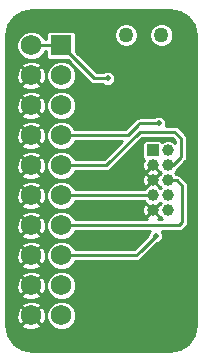
<source format=gbl>
%FSLAX46Y46*%
G04 Gerber Fmt 4.6, Leading zero omitted, Abs format (unit mm)*
G04 Created by KiCad (PCBNEW (2014-10-18 BZR 5203)-product) date 12/2/2014 8:42:45 AM*
%MOMM*%
G01*
G04 APERTURE LIST*
%ADD10C,0.150000*%
%ADD11R,1.000000X1.000000*%
%ADD12C,1.000000*%
%ADD13C,1.270000*%
%ADD14R,1.750000X1.750000*%
%ADD15C,1.750000*%
%ADD16C,0.508000*%
%ADD17C,0.254000*%
G04 APERTURE END LIST*
D10*
D11*
X210312000Y-163830000D03*
D12*
X211582000Y-163830000D03*
X210312000Y-165100000D03*
X211582000Y-165100000D03*
X210312000Y-166370000D03*
X211582000Y-166370000D03*
X210312000Y-167640000D03*
X211582000Y-167640000D03*
X210312000Y-168910000D03*
X211582000Y-168910000D03*
D13*
X208050000Y-154051000D03*
X211050000Y-154051000D03*
D14*
X202565000Y-154940000D03*
D15*
X200025000Y-154940000D03*
X202565000Y-157480000D03*
X200025000Y-157480000D03*
X202565000Y-160020000D03*
X200025000Y-160020000D03*
X202565000Y-162560000D03*
X200025000Y-162560000D03*
X202565000Y-165100000D03*
X200025000Y-165100000D03*
X202565000Y-167640000D03*
X200025000Y-167640000D03*
X202565000Y-170180000D03*
X200025000Y-170180000D03*
X202565000Y-172720000D03*
X200025000Y-172720000D03*
X202565000Y-175260000D03*
X200025000Y-175260000D03*
X202565000Y-177800000D03*
X200025000Y-177800000D03*
D16*
X210566000Y-171069000D03*
X210820000Y-161544000D03*
X206502000Y-157734000D03*
D17*
X202565000Y-172720000D02*
X208915000Y-172720000D01*
X209327750Y-172307250D02*
X210566000Y-171069000D01*
X208915000Y-172720000D02*
X209327750Y-172307250D01*
X202565000Y-167640000D02*
X209550000Y-167640000D01*
X209169000Y-167640000D02*
X209550000Y-167640000D01*
X209550000Y-167640000D02*
X210312000Y-167640000D01*
X202565000Y-170180000D02*
X212534500Y-170180000D01*
X212534500Y-170180000D02*
X212788500Y-169926000D01*
X212344000Y-166370000D02*
X211582000Y-166370000D01*
X212788500Y-166814500D02*
X212344000Y-166370000D01*
X212788500Y-169926000D02*
X212788500Y-169545000D01*
X212788500Y-169545000D02*
X212788500Y-169608500D01*
X212788500Y-169545000D02*
X212788500Y-166814500D01*
X202565000Y-165100000D02*
X206375000Y-165100000D01*
X212725000Y-164401500D02*
X212026500Y-165100000D01*
X212725000Y-162814000D02*
X212725000Y-164401500D01*
X212153500Y-162242500D02*
X212725000Y-162814000D01*
X209232500Y-162242500D02*
X212153500Y-162242500D01*
X206375000Y-165100000D02*
X209232500Y-162242500D01*
X212026500Y-165100000D02*
X211582000Y-165100000D01*
X208216500Y-162496500D02*
X202628500Y-162496500D01*
X202628500Y-162496500D02*
X202565000Y-162560000D01*
X210820000Y-161544000D02*
X209169000Y-161544000D01*
X209169000Y-161544000D02*
X209042000Y-161671000D01*
X208216500Y-162496500D02*
X209042000Y-161671000D01*
X202565000Y-154940000D02*
X205359000Y-157734000D01*
X205359000Y-157734000D02*
X206502000Y-157734000D01*
X202565000Y-154940000D02*
X200025000Y-154940000D01*
G36*
X213945000Y-178646552D02*
X213776661Y-179492847D01*
X213321317Y-180174317D01*
X213296500Y-180190899D01*
X213296500Y-169926000D01*
X213296500Y-169608500D01*
X213296500Y-169545000D01*
X213296500Y-166814500D01*
X213257831Y-166620097D01*
X213147710Y-166455290D01*
X212703210Y-166010790D01*
X212538403Y-165900669D01*
X212344000Y-165862000D01*
X212319722Y-165862000D01*
X212192922Y-165734979D01*
X212328440Y-165599698D01*
X212387532Y-165457387D01*
X213084210Y-164760710D01*
X213194331Y-164595904D01*
X213194331Y-164595903D01*
X213233000Y-164401500D01*
X213233000Y-162814000D01*
X213194331Y-162619597D01*
X213084210Y-162454790D01*
X212512710Y-161883290D01*
X212347903Y-161773169D01*
X212153500Y-161734500D01*
X212066176Y-161734500D01*
X212066176Y-153849792D01*
X211911825Y-153476234D01*
X211626269Y-153190179D01*
X211252982Y-153035176D01*
X210848792Y-153034824D01*
X210475234Y-153189175D01*
X210189179Y-153474731D01*
X210034176Y-153848018D01*
X210033824Y-154252208D01*
X210188175Y-154625766D01*
X210473731Y-154911821D01*
X210847018Y-155066824D01*
X211251208Y-155067176D01*
X211624766Y-154912825D01*
X211910821Y-154627269D01*
X212065824Y-154253982D01*
X212066176Y-153849792D01*
X212066176Y-161734500D01*
X211428464Y-161734500D01*
X211454889Y-161670863D01*
X211455110Y-161418245D01*
X211358640Y-161184772D01*
X211180168Y-161005987D01*
X210946863Y-160909111D01*
X210694245Y-160908890D01*
X210460772Y-161005360D01*
X210430078Y-161036000D01*
X209169000Y-161036000D01*
X209066176Y-161056452D01*
X209066176Y-153849792D01*
X208911825Y-153476234D01*
X208626269Y-153190179D01*
X208252982Y-153035176D01*
X207848792Y-153034824D01*
X207475234Y-153189175D01*
X207189179Y-153474731D01*
X207034176Y-153848018D01*
X207033824Y-154252208D01*
X207188175Y-154625766D01*
X207473731Y-154911821D01*
X207847018Y-155066824D01*
X208251208Y-155067176D01*
X208624766Y-154912825D01*
X208910821Y-154627269D01*
X209065824Y-154253982D01*
X209066176Y-153849792D01*
X209066176Y-161056452D01*
X208974596Y-161074669D01*
X208809790Y-161184790D01*
X208682790Y-161311790D01*
X208006080Y-161988500D01*
X207137110Y-161988500D01*
X207137110Y-157608245D01*
X207040640Y-157374772D01*
X206862168Y-157195987D01*
X206628863Y-157099111D01*
X206376245Y-157098890D01*
X206142772Y-157195360D01*
X206112078Y-157226000D01*
X205569420Y-157226000D01*
X203821000Y-155477580D01*
X203821000Y-153989214D01*
X203762996Y-153849180D01*
X203655819Y-153742004D01*
X203515785Y-153684000D01*
X203364214Y-153684000D01*
X201614214Y-153684000D01*
X201474180Y-153742004D01*
X201367004Y-153849181D01*
X201309000Y-153989215D01*
X201309000Y-154140786D01*
X201309000Y-154432000D01*
X201174091Y-154432000D01*
X201090405Y-154229463D01*
X200737396Y-153875836D01*
X200275930Y-153684219D01*
X199776262Y-153683783D01*
X199314463Y-153874595D01*
X198960836Y-154227604D01*
X198769219Y-154689070D01*
X198768783Y-155188738D01*
X198959595Y-155650537D01*
X199312604Y-156004164D01*
X199774070Y-156195781D01*
X200273738Y-156196217D01*
X200735537Y-156005405D01*
X201089164Y-155652396D01*
X201174036Y-155448000D01*
X201309000Y-155448000D01*
X201309000Y-155890786D01*
X201367004Y-156030820D01*
X201474181Y-156137996D01*
X201614215Y-156196000D01*
X201765786Y-156196000D01*
X203102580Y-156196000D01*
X204999790Y-158093210D01*
X205164597Y-158203331D01*
X205359000Y-158242000D01*
X206111871Y-158242000D01*
X206141832Y-158272013D01*
X206375137Y-158368889D01*
X206627755Y-158369110D01*
X206861228Y-158272640D01*
X207040013Y-158094168D01*
X207136889Y-157860863D01*
X207137110Y-157608245D01*
X207137110Y-161988500D01*
X203821217Y-161988500D01*
X203821217Y-159771262D01*
X203821217Y-157231262D01*
X203630405Y-156769463D01*
X203277396Y-156415836D01*
X202815930Y-156224219D01*
X202316262Y-156223783D01*
X201854463Y-156414595D01*
X201500836Y-156767604D01*
X201309219Y-157229070D01*
X201308783Y-157728738D01*
X201499595Y-158190537D01*
X201852604Y-158544164D01*
X202314070Y-158735781D01*
X202813738Y-158736217D01*
X203275537Y-158545405D01*
X203629164Y-158192396D01*
X203820781Y-157730930D01*
X203821217Y-157231262D01*
X203821217Y-159771262D01*
X203630405Y-159309463D01*
X203277396Y-158955836D01*
X202815930Y-158764219D01*
X202316262Y-158763783D01*
X201854463Y-158954595D01*
X201500836Y-159307604D01*
X201309219Y-159769070D01*
X201308783Y-160268738D01*
X201499595Y-160730537D01*
X201852604Y-161084164D01*
X202314070Y-161275781D01*
X202813738Y-161276217D01*
X203275537Y-161085405D01*
X203629164Y-160732396D01*
X203820781Y-160270930D01*
X203821217Y-159771262D01*
X203821217Y-161988500D01*
X203687854Y-161988500D01*
X203630405Y-161849463D01*
X203277396Y-161495836D01*
X202815930Y-161304219D01*
X202316262Y-161303783D01*
X201854463Y-161494595D01*
X201500836Y-161847604D01*
X201309219Y-162309070D01*
X201308783Y-162808738D01*
X201499595Y-163270537D01*
X201852604Y-163624164D01*
X202314070Y-163815781D01*
X202813738Y-163816217D01*
X203275537Y-163625405D01*
X203629164Y-163272396D01*
X203740403Y-163004500D01*
X207752080Y-163004500D01*
X206164580Y-164592000D01*
X203714091Y-164592000D01*
X203630405Y-164389463D01*
X203277396Y-164035836D01*
X202815930Y-163844219D01*
X202316262Y-163843783D01*
X201854463Y-164034595D01*
X201500836Y-164387604D01*
X201309219Y-164849070D01*
X201308783Y-165348738D01*
X201499595Y-165810537D01*
X201852604Y-166164164D01*
X202314070Y-166355781D01*
X202813738Y-166356217D01*
X203275537Y-166165405D01*
X203629164Y-165812396D01*
X203714036Y-165608000D01*
X206375000Y-165608000D01*
X206569403Y-165569331D01*
X206734210Y-165459210D01*
X209442920Y-162750500D01*
X211943080Y-162750500D01*
X212217000Y-163024420D01*
X212217000Y-163219098D01*
X212081698Y-163083560D01*
X211758011Y-162949153D01*
X211407527Y-162948847D01*
X211097686Y-163076870D01*
X211027819Y-163007004D01*
X210887785Y-162949000D01*
X210736214Y-162949000D01*
X209736214Y-162949000D01*
X209596180Y-163007004D01*
X209489004Y-163114181D01*
X209431000Y-163254215D01*
X209431000Y-163405786D01*
X209431000Y-164405786D01*
X209489004Y-164545820D01*
X209563123Y-164619939D01*
X209438442Y-164890792D01*
X209424878Y-165241013D01*
X209546370Y-165569766D01*
X209584998Y-165627579D01*
X209743833Y-165667460D01*
X210311293Y-165100000D01*
X210297150Y-165085857D01*
X210297857Y-165085150D01*
X210312000Y-165099293D01*
X210326142Y-165085150D01*
X210326849Y-165085857D01*
X210312707Y-165100000D01*
X210880167Y-165667460D01*
X210898930Y-165662748D01*
X210971077Y-165735020D01*
X210898762Y-165807209D01*
X210880167Y-165802540D01*
X210879460Y-165803247D01*
X210879460Y-165801833D01*
X210862679Y-165735000D01*
X210879460Y-165668167D01*
X210312000Y-165100707D01*
X209744540Y-165668167D01*
X209761320Y-165735000D01*
X209744540Y-165801833D01*
X210312000Y-166369293D01*
X210879460Y-165801833D01*
X210879460Y-165803247D01*
X210312707Y-166370000D01*
X210880167Y-166937460D01*
X210898930Y-166932748D01*
X210971077Y-167005020D01*
X210946979Y-167029077D01*
X210874790Y-166956762D01*
X210879460Y-166938167D01*
X210312000Y-166370707D01*
X210311293Y-166371414D01*
X210311293Y-166370000D01*
X209743833Y-165802540D01*
X209584998Y-165842421D01*
X209438442Y-166160792D01*
X209424878Y-166511013D01*
X209546370Y-166839766D01*
X209584998Y-166897579D01*
X209743833Y-166937460D01*
X210311293Y-166370000D01*
X210311293Y-166371414D01*
X209744540Y-166938167D01*
X209749251Y-166956930D01*
X209573876Y-167132000D01*
X209550000Y-167132000D01*
X209169000Y-167132000D01*
X203714091Y-167132000D01*
X203630405Y-166929463D01*
X203277396Y-166575836D01*
X202815930Y-166384219D01*
X202316262Y-166383783D01*
X201854463Y-166574595D01*
X201500836Y-166927604D01*
X201309219Y-167389070D01*
X201308783Y-167888738D01*
X201499595Y-168350537D01*
X201852604Y-168704164D01*
X202314070Y-168895781D01*
X202813738Y-168896217D01*
X203275537Y-168705405D01*
X203629164Y-168352396D01*
X203714036Y-168148000D01*
X209169000Y-168148000D01*
X209550000Y-168148000D01*
X209574277Y-168148000D01*
X209749209Y-168323237D01*
X209744540Y-168341833D01*
X210312000Y-168909293D01*
X210879460Y-168341833D01*
X210874748Y-168323069D01*
X210947020Y-168250922D01*
X210971077Y-168275020D01*
X210898762Y-168347209D01*
X210880167Y-168342540D01*
X210312707Y-168910000D01*
X210880167Y-169477460D01*
X210898930Y-169472748D01*
X211082302Y-169656440D01*
X211119774Y-169672000D01*
X210787198Y-169672000D01*
X210839579Y-169637002D01*
X210879460Y-169478167D01*
X210312000Y-168910707D01*
X210311293Y-168911414D01*
X210311293Y-168910000D01*
X209743833Y-168342540D01*
X209584998Y-168382421D01*
X209438442Y-168700792D01*
X209424878Y-169051013D01*
X209546370Y-169379766D01*
X209584998Y-169437579D01*
X209743833Y-169477460D01*
X210311293Y-168910000D01*
X210311293Y-168911414D01*
X209744540Y-169478167D01*
X209784421Y-169637002D01*
X209860448Y-169672000D01*
X203714091Y-169672000D01*
X203630405Y-169469463D01*
X203277396Y-169115836D01*
X202815930Y-168924219D01*
X202316262Y-168923783D01*
X201854463Y-169114595D01*
X201500836Y-169467604D01*
X201309219Y-169929070D01*
X201308783Y-170428738D01*
X201499595Y-170890537D01*
X201852604Y-171244164D01*
X202314070Y-171435781D01*
X202813738Y-171436217D01*
X203275537Y-171245405D01*
X203629164Y-170892396D01*
X203714036Y-170688000D01*
X210048855Y-170688000D01*
X210027987Y-170708832D01*
X209931111Y-170942137D01*
X209931073Y-170985506D01*
X208968540Y-171948040D01*
X208704580Y-172212000D01*
X203714091Y-172212000D01*
X203630405Y-172009463D01*
X203277396Y-171655836D01*
X202815930Y-171464219D01*
X202316262Y-171463783D01*
X201854463Y-171654595D01*
X201500836Y-172007604D01*
X201309219Y-172469070D01*
X201308783Y-172968738D01*
X201499595Y-173430537D01*
X201852604Y-173784164D01*
X202314070Y-173975781D01*
X202813738Y-173976217D01*
X203275537Y-173785405D01*
X203629164Y-173432396D01*
X203714036Y-173228000D01*
X208915000Y-173228000D01*
X209109403Y-173189331D01*
X209274210Y-173079210D01*
X209686960Y-172666460D01*
X210649347Y-171704072D01*
X210691755Y-171704110D01*
X210925228Y-171607640D01*
X211104013Y-171429168D01*
X211200889Y-171195863D01*
X211201110Y-170943245D01*
X211104640Y-170709772D01*
X211082906Y-170688000D01*
X212534500Y-170688000D01*
X212728903Y-170649331D01*
X212893710Y-170539210D01*
X213147710Y-170285210D01*
X213257831Y-170120404D01*
X213257831Y-170120403D01*
X213264246Y-170088150D01*
X213296499Y-169926000D01*
X213296500Y-169926000D01*
X213296500Y-180190899D01*
X212639847Y-180629661D01*
X211793552Y-180798000D01*
X203821217Y-180798000D01*
X203821217Y-177551262D01*
X203821217Y-175011262D01*
X203630405Y-174549463D01*
X203277396Y-174195836D01*
X202815930Y-174004219D01*
X202316262Y-174003783D01*
X201854463Y-174194595D01*
X201500836Y-174547604D01*
X201309219Y-175009070D01*
X201308783Y-175508738D01*
X201499595Y-175970537D01*
X201852604Y-176324164D01*
X202314070Y-176515781D01*
X202813738Y-176516217D01*
X203275537Y-176325405D01*
X203629164Y-175972396D01*
X203820781Y-175510930D01*
X203821217Y-175011262D01*
X203821217Y-177551262D01*
X203630405Y-177089463D01*
X203277396Y-176735836D01*
X202815930Y-176544219D01*
X202316262Y-176543783D01*
X201854463Y-176734595D01*
X201500836Y-177087604D01*
X201309219Y-177549070D01*
X201308783Y-178048738D01*
X201499595Y-178510537D01*
X201852604Y-178864164D01*
X202314070Y-179055781D01*
X202813738Y-179056217D01*
X203275537Y-178865405D01*
X203629164Y-178512396D01*
X203820781Y-178050930D01*
X203821217Y-177551262D01*
X203821217Y-180798000D01*
X201289760Y-180798000D01*
X201289760Y-177599175D01*
X201289760Y-175059175D01*
X201289760Y-172519175D01*
X201289760Y-169979175D01*
X201289760Y-167439175D01*
X201289760Y-164899175D01*
X201289760Y-162359175D01*
X201289760Y-159819175D01*
X201289760Y-157279175D01*
X201116634Y-156810460D01*
X201061326Y-156727684D01*
X200863527Y-156642180D01*
X200862820Y-156642887D01*
X200862820Y-156641473D01*
X200777316Y-156443674D01*
X200323465Y-156234661D01*
X199824175Y-156215240D01*
X199355460Y-156388366D01*
X199272684Y-156443674D01*
X199187180Y-156641473D01*
X200025000Y-157479293D01*
X200862820Y-156641473D01*
X200862820Y-156642887D01*
X200025707Y-157480000D01*
X200863527Y-158317820D01*
X201061326Y-158232316D01*
X201270339Y-157778465D01*
X201289760Y-157279175D01*
X201289760Y-159819175D01*
X201116634Y-159350460D01*
X201061326Y-159267684D01*
X200863527Y-159182180D01*
X200862820Y-159182887D01*
X200862820Y-159181473D01*
X200862820Y-158318527D01*
X200025000Y-157480707D01*
X200024293Y-157481414D01*
X200024293Y-157480000D01*
X199186473Y-156642180D01*
X198988674Y-156727684D01*
X198779661Y-157181535D01*
X198760240Y-157680825D01*
X198933366Y-158149540D01*
X198988674Y-158232316D01*
X199186473Y-158317820D01*
X200024293Y-157480000D01*
X200024293Y-157481414D01*
X199187180Y-158318527D01*
X199272684Y-158516326D01*
X199726535Y-158725339D01*
X200225825Y-158744760D01*
X200694540Y-158571634D01*
X200777316Y-158516326D01*
X200862820Y-158318527D01*
X200862820Y-159181473D01*
X200777316Y-158983674D01*
X200323465Y-158774661D01*
X199824175Y-158755240D01*
X199355460Y-158928366D01*
X199272684Y-158983674D01*
X199187180Y-159181473D01*
X200025000Y-160019293D01*
X200862820Y-159181473D01*
X200862820Y-159182887D01*
X200025707Y-160020000D01*
X200863527Y-160857820D01*
X201061326Y-160772316D01*
X201270339Y-160318465D01*
X201289760Y-159819175D01*
X201289760Y-162359175D01*
X201116634Y-161890460D01*
X201061326Y-161807684D01*
X200863527Y-161722180D01*
X200862820Y-161722887D01*
X200862820Y-161721473D01*
X200862820Y-160858527D01*
X200025000Y-160020707D01*
X200024293Y-160021414D01*
X200024293Y-160020000D01*
X199186473Y-159182180D01*
X198988674Y-159267684D01*
X198779661Y-159721535D01*
X198760240Y-160220825D01*
X198933366Y-160689540D01*
X198988674Y-160772316D01*
X199186473Y-160857820D01*
X200024293Y-160020000D01*
X200024293Y-160021414D01*
X199187180Y-160858527D01*
X199272684Y-161056326D01*
X199726535Y-161265339D01*
X200225825Y-161284760D01*
X200694540Y-161111634D01*
X200777316Y-161056326D01*
X200862820Y-160858527D01*
X200862820Y-161721473D01*
X200777316Y-161523674D01*
X200323465Y-161314661D01*
X199824175Y-161295240D01*
X199355460Y-161468366D01*
X199272684Y-161523674D01*
X199187180Y-161721473D01*
X200025000Y-162559293D01*
X200862820Y-161721473D01*
X200862820Y-161722887D01*
X200025707Y-162560000D01*
X200863527Y-163397820D01*
X201061326Y-163312316D01*
X201270339Y-162858465D01*
X201289760Y-162359175D01*
X201289760Y-164899175D01*
X201116634Y-164430460D01*
X201061326Y-164347684D01*
X200863527Y-164262180D01*
X200862820Y-164262887D01*
X200862820Y-164261473D01*
X200862820Y-163398527D01*
X200025000Y-162560707D01*
X200024293Y-162561414D01*
X200024293Y-162560000D01*
X199186473Y-161722180D01*
X198988674Y-161807684D01*
X198779661Y-162261535D01*
X198760240Y-162760825D01*
X198933366Y-163229540D01*
X198988674Y-163312316D01*
X199186473Y-163397820D01*
X200024293Y-162560000D01*
X200024293Y-162561414D01*
X199187180Y-163398527D01*
X199272684Y-163596326D01*
X199726535Y-163805339D01*
X200225825Y-163824760D01*
X200694540Y-163651634D01*
X200777316Y-163596326D01*
X200862820Y-163398527D01*
X200862820Y-164261473D01*
X200777316Y-164063674D01*
X200323465Y-163854661D01*
X199824175Y-163835240D01*
X199355460Y-164008366D01*
X199272684Y-164063674D01*
X199187180Y-164261473D01*
X200025000Y-165099293D01*
X200862820Y-164261473D01*
X200862820Y-164262887D01*
X200025707Y-165100000D01*
X200863527Y-165937820D01*
X201061326Y-165852316D01*
X201270339Y-165398465D01*
X201289760Y-164899175D01*
X201289760Y-167439175D01*
X201116634Y-166970460D01*
X201061326Y-166887684D01*
X200863527Y-166802180D01*
X200862820Y-166802887D01*
X200862820Y-166801473D01*
X200862820Y-165938527D01*
X200025000Y-165100707D01*
X200024293Y-165101414D01*
X200024293Y-165100000D01*
X199186473Y-164262180D01*
X198988674Y-164347684D01*
X198779661Y-164801535D01*
X198760240Y-165300825D01*
X198933366Y-165769540D01*
X198988674Y-165852316D01*
X199186473Y-165937820D01*
X200024293Y-165100000D01*
X200024293Y-165101414D01*
X199187180Y-165938527D01*
X199272684Y-166136326D01*
X199726535Y-166345339D01*
X200225825Y-166364760D01*
X200694540Y-166191634D01*
X200777316Y-166136326D01*
X200862820Y-165938527D01*
X200862820Y-166801473D01*
X200777316Y-166603674D01*
X200323465Y-166394661D01*
X199824175Y-166375240D01*
X199355460Y-166548366D01*
X199272684Y-166603674D01*
X199187180Y-166801473D01*
X200025000Y-167639293D01*
X200862820Y-166801473D01*
X200862820Y-166802887D01*
X200025707Y-167640000D01*
X200863527Y-168477820D01*
X201061326Y-168392316D01*
X201270339Y-167938465D01*
X201289760Y-167439175D01*
X201289760Y-169979175D01*
X201116634Y-169510460D01*
X201061326Y-169427684D01*
X200863527Y-169342180D01*
X200862820Y-169342887D01*
X200862820Y-169341473D01*
X200862820Y-168478527D01*
X200025000Y-167640707D01*
X200024293Y-167641414D01*
X200024293Y-167640000D01*
X199186473Y-166802180D01*
X198988674Y-166887684D01*
X198779661Y-167341535D01*
X198760240Y-167840825D01*
X198933366Y-168309540D01*
X198988674Y-168392316D01*
X199186473Y-168477820D01*
X200024293Y-167640000D01*
X200024293Y-167641414D01*
X199187180Y-168478527D01*
X199272684Y-168676326D01*
X199726535Y-168885339D01*
X200225825Y-168904760D01*
X200694540Y-168731634D01*
X200777316Y-168676326D01*
X200862820Y-168478527D01*
X200862820Y-169341473D01*
X200777316Y-169143674D01*
X200323465Y-168934661D01*
X199824175Y-168915240D01*
X199355460Y-169088366D01*
X199272684Y-169143674D01*
X199187180Y-169341473D01*
X200025000Y-170179293D01*
X200862820Y-169341473D01*
X200862820Y-169342887D01*
X200025707Y-170180000D01*
X200863527Y-171017820D01*
X201061326Y-170932316D01*
X201270339Y-170478465D01*
X201289760Y-169979175D01*
X201289760Y-172519175D01*
X201116634Y-172050460D01*
X201061326Y-171967684D01*
X200863527Y-171882180D01*
X200862820Y-171882887D01*
X200862820Y-171881473D01*
X200862820Y-171018527D01*
X200025000Y-170180707D01*
X200024293Y-170181414D01*
X200024293Y-170180000D01*
X199186473Y-169342180D01*
X198988674Y-169427684D01*
X198779661Y-169881535D01*
X198760240Y-170380825D01*
X198933366Y-170849540D01*
X198988674Y-170932316D01*
X199186473Y-171017820D01*
X200024293Y-170180000D01*
X200024293Y-170181414D01*
X199187180Y-171018527D01*
X199272684Y-171216326D01*
X199726535Y-171425339D01*
X200225825Y-171444760D01*
X200694540Y-171271634D01*
X200777316Y-171216326D01*
X200862820Y-171018527D01*
X200862820Y-171881473D01*
X200777316Y-171683674D01*
X200323465Y-171474661D01*
X199824175Y-171455240D01*
X199355460Y-171628366D01*
X199272684Y-171683674D01*
X199187180Y-171881473D01*
X200025000Y-172719293D01*
X200862820Y-171881473D01*
X200862820Y-171882887D01*
X200025707Y-172720000D01*
X200863527Y-173557820D01*
X201061326Y-173472316D01*
X201270339Y-173018465D01*
X201289760Y-172519175D01*
X201289760Y-175059175D01*
X201116634Y-174590460D01*
X201061326Y-174507684D01*
X200863527Y-174422180D01*
X200862820Y-174422887D01*
X200862820Y-174421473D01*
X200862820Y-173558527D01*
X200025000Y-172720707D01*
X200024293Y-172721414D01*
X200024293Y-172720000D01*
X199186473Y-171882180D01*
X198988674Y-171967684D01*
X198779661Y-172421535D01*
X198760240Y-172920825D01*
X198933366Y-173389540D01*
X198988674Y-173472316D01*
X199186473Y-173557820D01*
X200024293Y-172720000D01*
X200024293Y-172721414D01*
X199187180Y-173558527D01*
X199272684Y-173756326D01*
X199726535Y-173965339D01*
X200225825Y-173984760D01*
X200694540Y-173811634D01*
X200777316Y-173756326D01*
X200862820Y-173558527D01*
X200862820Y-174421473D01*
X200777316Y-174223674D01*
X200323465Y-174014661D01*
X199824175Y-173995240D01*
X199355460Y-174168366D01*
X199272684Y-174223674D01*
X199187180Y-174421473D01*
X200025000Y-175259293D01*
X200862820Y-174421473D01*
X200862820Y-174422887D01*
X200025707Y-175260000D01*
X200863527Y-176097820D01*
X201061326Y-176012316D01*
X201270339Y-175558465D01*
X201289760Y-175059175D01*
X201289760Y-177599175D01*
X201116634Y-177130460D01*
X201061326Y-177047684D01*
X200863527Y-176962180D01*
X200862820Y-176962887D01*
X200862820Y-176961473D01*
X200862820Y-176098527D01*
X200025000Y-175260707D01*
X200024293Y-175261414D01*
X200024293Y-175260000D01*
X199186473Y-174422180D01*
X198988674Y-174507684D01*
X198779661Y-174961535D01*
X198760240Y-175460825D01*
X198933366Y-175929540D01*
X198988674Y-176012316D01*
X199186473Y-176097820D01*
X200024293Y-175260000D01*
X200024293Y-175261414D01*
X199187180Y-176098527D01*
X199272684Y-176296326D01*
X199726535Y-176505339D01*
X200225825Y-176524760D01*
X200694540Y-176351634D01*
X200777316Y-176296326D01*
X200862820Y-176098527D01*
X200862820Y-176961473D01*
X200777316Y-176763674D01*
X200323465Y-176554661D01*
X199824175Y-176535240D01*
X199355460Y-176708366D01*
X199272684Y-176763674D01*
X199187180Y-176961473D01*
X200025000Y-177799293D01*
X200862820Y-176961473D01*
X200862820Y-176962887D01*
X200025707Y-177800000D01*
X200863527Y-178637820D01*
X201061326Y-178552316D01*
X201270339Y-178098465D01*
X201289760Y-177599175D01*
X201289760Y-180798000D01*
X200862820Y-180798000D01*
X200862820Y-178638527D01*
X200025000Y-177800707D01*
X200024293Y-177801414D01*
X200024293Y-177800000D01*
X199186473Y-176962180D01*
X198988674Y-177047684D01*
X198779661Y-177501535D01*
X198760240Y-178000825D01*
X198933366Y-178469540D01*
X198988674Y-178552316D01*
X199186473Y-178637820D01*
X200024293Y-177800000D01*
X200024293Y-177801414D01*
X199187180Y-178638527D01*
X199272684Y-178836326D01*
X199726535Y-179045339D01*
X200225825Y-179064760D01*
X200694540Y-178891634D01*
X200777316Y-178836326D01*
X200862820Y-178638527D01*
X200862820Y-180798000D01*
X200067447Y-180798000D01*
X199221152Y-180629661D01*
X198539682Y-180174317D01*
X198084338Y-179492847D01*
X197916000Y-178646552D01*
X197916000Y-154093447D01*
X198084338Y-153247152D01*
X198539682Y-152565682D01*
X199221152Y-152110338D01*
X200067447Y-151942000D01*
X211793552Y-151942000D01*
X212639847Y-152110338D01*
X213321317Y-152565682D01*
X213776661Y-153247152D01*
X213945000Y-154093447D01*
X213945000Y-178646552D01*
X213945000Y-178646552D01*
G37*
X213945000Y-178646552D02*
X213776661Y-179492847D01*
X213321317Y-180174317D01*
X213296500Y-180190899D01*
X213296500Y-169926000D01*
X213296500Y-169608500D01*
X213296500Y-169545000D01*
X213296500Y-166814500D01*
X213257831Y-166620097D01*
X213147710Y-166455290D01*
X212703210Y-166010790D01*
X212538403Y-165900669D01*
X212344000Y-165862000D01*
X212319722Y-165862000D01*
X212192922Y-165734979D01*
X212328440Y-165599698D01*
X212387532Y-165457387D01*
X213084210Y-164760710D01*
X213194331Y-164595904D01*
X213194331Y-164595903D01*
X213233000Y-164401500D01*
X213233000Y-162814000D01*
X213194331Y-162619597D01*
X213084210Y-162454790D01*
X212512710Y-161883290D01*
X212347903Y-161773169D01*
X212153500Y-161734500D01*
X212066176Y-161734500D01*
X212066176Y-153849792D01*
X211911825Y-153476234D01*
X211626269Y-153190179D01*
X211252982Y-153035176D01*
X210848792Y-153034824D01*
X210475234Y-153189175D01*
X210189179Y-153474731D01*
X210034176Y-153848018D01*
X210033824Y-154252208D01*
X210188175Y-154625766D01*
X210473731Y-154911821D01*
X210847018Y-155066824D01*
X211251208Y-155067176D01*
X211624766Y-154912825D01*
X211910821Y-154627269D01*
X212065824Y-154253982D01*
X212066176Y-153849792D01*
X212066176Y-161734500D01*
X211428464Y-161734500D01*
X211454889Y-161670863D01*
X211455110Y-161418245D01*
X211358640Y-161184772D01*
X211180168Y-161005987D01*
X210946863Y-160909111D01*
X210694245Y-160908890D01*
X210460772Y-161005360D01*
X210430078Y-161036000D01*
X209169000Y-161036000D01*
X209066176Y-161056452D01*
X209066176Y-153849792D01*
X208911825Y-153476234D01*
X208626269Y-153190179D01*
X208252982Y-153035176D01*
X207848792Y-153034824D01*
X207475234Y-153189175D01*
X207189179Y-153474731D01*
X207034176Y-153848018D01*
X207033824Y-154252208D01*
X207188175Y-154625766D01*
X207473731Y-154911821D01*
X207847018Y-155066824D01*
X208251208Y-155067176D01*
X208624766Y-154912825D01*
X208910821Y-154627269D01*
X209065824Y-154253982D01*
X209066176Y-153849792D01*
X209066176Y-161056452D01*
X208974596Y-161074669D01*
X208809790Y-161184790D01*
X208682790Y-161311790D01*
X208006080Y-161988500D01*
X207137110Y-161988500D01*
X207137110Y-157608245D01*
X207040640Y-157374772D01*
X206862168Y-157195987D01*
X206628863Y-157099111D01*
X206376245Y-157098890D01*
X206142772Y-157195360D01*
X206112078Y-157226000D01*
X205569420Y-157226000D01*
X203821000Y-155477580D01*
X203821000Y-153989214D01*
X203762996Y-153849180D01*
X203655819Y-153742004D01*
X203515785Y-153684000D01*
X203364214Y-153684000D01*
X201614214Y-153684000D01*
X201474180Y-153742004D01*
X201367004Y-153849181D01*
X201309000Y-153989215D01*
X201309000Y-154140786D01*
X201309000Y-154432000D01*
X201174091Y-154432000D01*
X201090405Y-154229463D01*
X200737396Y-153875836D01*
X200275930Y-153684219D01*
X199776262Y-153683783D01*
X199314463Y-153874595D01*
X198960836Y-154227604D01*
X198769219Y-154689070D01*
X198768783Y-155188738D01*
X198959595Y-155650537D01*
X199312604Y-156004164D01*
X199774070Y-156195781D01*
X200273738Y-156196217D01*
X200735537Y-156005405D01*
X201089164Y-155652396D01*
X201174036Y-155448000D01*
X201309000Y-155448000D01*
X201309000Y-155890786D01*
X201367004Y-156030820D01*
X201474181Y-156137996D01*
X201614215Y-156196000D01*
X201765786Y-156196000D01*
X203102580Y-156196000D01*
X204999790Y-158093210D01*
X205164597Y-158203331D01*
X205359000Y-158242000D01*
X206111871Y-158242000D01*
X206141832Y-158272013D01*
X206375137Y-158368889D01*
X206627755Y-158369110D01*
X206861228Y-158272640D01*
X207040013Y-158094168D01*
X207136889Y-157860863D01*
X207137110Y-157608245D01*
X207137110Y-161988500D01*
X203821217Y-161988500D01*
X203821217Y-159771262D01*
X203821217Y-157231262D01*
X203630405Y-156769463D01*
X203277396Y-156415836D01*
X202815930Y-156224219D01*
X202316262Y-156223783D01*
X201854463Y-156414595D01*
X201500836Y-156767604D01*
X201309219Y-157229070D01*
X201308783Y-157728738D01*
X201499595Y-158190537D01*
X201852604Y-158544164D01*
X202314070Y-158735781D01*
X202813738Y-158736217D01*
X203275537Y-158545405D01*
X203629164Y-158192396D01*
X203820781Y-157730930D01*
X203821217Y-157231262D01*
X203821217Y-159771262D01*
X203630405Y-159309463D01*
X203277396Y-158955836D01*
X202815930Y-158764219D01*
X202316262Y-158763783D01*
X201854463Y-158954595D01*
X201500836Y-159307604D01*
X201309219Y-159769070D01*
X201308783Y-160268738D01*
X201499595Y-160730537D01*
X201852604Y-161084164D01*
X202314070Y-161275781D01*
X202813738Y-161276217D01*
X203275537Y-161085405D01*
X203629164Y-160732396D01*
X203820781Y-160270930D01*
X203821217Y-159771262D01*
X203821217Y-161988500D01*
X203687854Y-161988500D01*
X203630405Y-161849463D01*
X203277396Y-161495836D01*
X202815930Y-161304219D01*
X202316262Y-161303783D01*
X201854463Y-161494595D01*
X201500836Y-161847604D01*
X201309219Y-162309070D01*
X201308783Y-162808738D01*
X201499595Y-163270537D01*
X201852604Y-163624164D01*
X202314070Y-163815781D01*
X202813738Y-163816217D01*
X203275537Y-163625405D01*
X203629164Y-163272396D01*
X203740403Y-163004500D01*
X207752080Y-163004500D01*
X206164580Y-164592000D01*
X203714091Y-164592000D01*
X203630405Y-164389463D01*
X203277396Y-164035836D01*
X202815930Y-163844219D01*
X202316262Y-163843783D01*
X201854463Y-164034595D01*
X201500836Y-164387604D01*
X201309219Y-164849070D01*
X201308783Y-165348738D01*
X201499595Y-165810537D01*
X201852604Y-166164164D01*
X202314070Y-166355781D01*
X202813738Y-166356217D01*
X203275537Y-166165405D01*
X203629164Y-165812396D01*
X203714036Y-165608000D01*
X206375000Y-165608000D01*
X206569403Y-165569331D01*
X206734210Y-165459210D01*
X209442920Y-162750500D01*
X211943080Y-162750500D01*
X212217000Y-163024420D01*
X212217000Y-163219098D01*
X212081698Y-163083560D01*
X211758011Y-162949153D01*
X211407527Y-162948847D01*
X211097686Y-163076870D01*
X211027819Y-163007004D01*
X210887785Y-162949000D01*
X210736214Y-162949000D01*
X209736214Y-162949000D01*
X209596180Y-163007004D01*
X209489004Y-163114181D01*
X209431000Y-163254215D01*
X209431000Y-163405786D01*
X209431000Y-164405786D01*
X209489004Y-164545820D01*
X209563123Y-164619939D01*
X209438442Y-164890792D01*
X209424878Y-165241013D01*
X209546370Y-165569766D01*
X209584998Y-165627579D01*
X209743833Y-165667460D01*
X210311293Y-165100000D01*
X210297150Y-165085857D01*
X210297857Y-165085150D01*
X210312000Y-165099293D01*
X210326142Y-165085150D01*
X210326849Y-165085857D01*
X210312707Y-165100000D01*
X210880167Y-165667460D01*
X210898930Y-165662748D01*
X210971077Y-165735020D01*
X210898762Y-165807209D01*
X210880167Y-165802540D01*
X210879460Y-165803247D01*
X210879460Y-165801833D01*
X210862679Y-165735000D01*
X210879460Y-165668167D01*
X210312000Y-165100707D01*
X209744540Y-165668167D01*
X209761320Y-165735000D01*
X209744540Y-165801833D01*
X210312000Y-166369293D01*
X210879460Y-165801833D01*
X210879460Y-165803247D01*
X210312707Y-166370000D01*
X210880167Y-166937460D01*
X210898930Y-166932748D01*
X210971077Y-167005020D01*
X210946979Y-167029077D01*
X210874790Y-166956762D01*
X210879460Y-166938167D01*
X210312000Y-166370707D01*
X210311293Y-166371414D01*
X210311293Y-166370000D01*
X209743833Y-165802540D01*
X209584998Y-165842421D01*
X209438442Y-166160792D01*
X209424878Y-166511013D01*
X209546370Y-166839766D01*
X209584998Y-166897579D01*
X209743833Y-166937460D01*
X210311293Y-166370000D01*
X210311293Y-166371414D01*
X209744540Y-166938167D01*
X209749251Y-166956930D01*
X209573876Y-167132000D01*
X209550000Y-167132000D01*
X209169000Y-167132000D01*
X203714091Y-167132000D01*
X203630405Y-166929463D01*
X203277396Y-166575836D01*
X202815930Y-166384219D01*
X202316262Y-166383783D01*
X201854463Y-166574595D01*
X201500836Y-166927604D01*
X201309219Y-167389070D01*
X201308783Y-167888738D01*
X201499595Y-168350537D01*
X201852604Y-168704164D01*
X202314070Y-168895781D01*
X202813738Y-168896217D01*
X203275537Y-168705405D01*
X203629164Y-168352396D01*
X203714036Y-168148000D01*
X209169000Y-168148000D01*
X209550000Y-168148000D01*
X209574277Y-168148000D01*
X209749209Y-168323237D01*
X209744540Y-168341833D01*
X210312000Y-168909293D01*
X210879460Y-168341833D01*
X210874748Y-168323069D01*
X210947020Y-168250922D01*
X210971077Y-168275020D01*
X210898762Y-168347209D01*
X210880167Y-168342540D01*
X210312707Y-168910000D01*
X210880167Y-169477460D01*
X210898930Y-169472748D01*
X211082302Y-169656440D01*
X211119774Y-169672000D01*
X210787198Y-169672000D01*
X210839579Y-169637002D01*
X210879460Y-169478167D01*
X210312000Y-168910707D01*
X210311293Y-168911414D01*
X210311293Y-168910000D01*
X209743833Y-168342540D01*
X209584998Y-168382421D01*
X209438442Y-168700792D01*
X209424878Y-169051013D01*
X209546370Y-169379766D01*
X209584998Y-169437579D01*
X209743833Y-169477460D01*
X210311293Y-168910000D01*
X210311293Y-168911414D01*
X209744540Y-169478167D01*
X209784421Y-169637002D01*
X209860448Y-169672000D01*
X203714091Y-169672000D01*
X203630405Y-169469463D01*
X203277396Y-169115836D01*
X202815930Y-168924219D01*
X202316262Y-168923783D01*
X201854463Y-169114595D01*
X201500836Y-169467604D01*
X201309219Y-169929070D01*
X201308783Y-170428738D01*
X201499595Y-170890537D01*
X201852604Y-171244164D01*
X202314070Y-171435781D01*
X202813738Y-171436217D01*
X203275537Y-171245405D01*
X203629164Y-170892396D01*
X203714036Y-170688000D01*
X210048855Y-170688000D01*
X210027987Y-170708832D01*
X209931111Y-170942137D01*
X209931073Y-170985506D01*
X208968540Y-171948040D01*
X208704580Y-172212000D01*
X203714091Y-172212000D01*
X203630405Y-172009463D01*
X203277396Y-171655836D01*
X202815930Y-171464219D01*
X202316262Y-171463783D01*
X201854463Y-171654595D01*
X201500836Y-172007604D01*
X201309219Y-172469070D01*
X201308783Y-172968738D01*
X201499595Y-173430537D01*
X201852604Y-173784164D01*
X202314070Y-173975781D01*
X202813738Y-173976217D01*
X203275537Y-173785405D01*
X203629164Y-173432396D01*
X203714036Y-173228000D01*
X208915000Y-173228000D01*
X209109403Y-173189331D01*
X209274210Y-173079210D01*
X209686960Y-172666460D01*
X210649347Y-171704072D01*
X210691755Y-171704110D01*
X210925228Y-171607640D01*
X211104013Y-171429168D01*
X211200889Y-171195863D01*
X211201110Y-170943245D01*
X211104640Y-170709772D01*
X211082906Y-170688000D01*
X212534500Y-170688000D01*
X212728903Y-170649331D01*
X212893710Y-170539210D01*
X213147710Y-170285210D01*
X213257831Y-170120404D01*
X213257831Y-170120403D01*
X213264246Y-170088150D01*
X213296499Y-169926000D01*
X213296500Y-169926000D01*
X213296500Y-180190899D01*
X212639847Y-180629661D01*
X211793552Y-180798000D01*
X203821217Y-180798000D01*
X203821217Y-177551262D01*
X203821217Y-175011262D01*
X203630405Y-174549463D01*
X203277396Y-174195836D01*
X202815930Y-174004219D01*
X202316262Y-174003783D01*
X201854463Y-174194595D01*
X201500836Y-174547604D01*
X201309219Y-175009070D01*
X201308783Y-175508738D01*
X201499595Y-175970537D01*
X201852604Y-176324164D01*
X202314070Y-176515781D01*
X202813738Y-176516217D01*
X203275537Y-176325405D01*
X203629164Y-175972396D01*
X203820781Y-175510930D01*
X203821217Y-175011262D01*
X203821217Y-177551262D01*
X203630405Y-177089463D01*
X203277396Y-176735836D01*
X202815930Y-176544219D01*
X202316262Y-176543783D01*
X201854463Y-176734595D01*
X201500836Y-177087604D01*
X201309219Y-177549070D01*
X201308783Y-178048738D01*
X201499595Y-178510537D01*
X201852604Y-178864164D01*
X202314070Y-179055781D01*
X202813738Y-179056217D01*
X203275537Y-178865405D01*
X203629164Y-178512396D01*
X203820781Y-178050930D01*
X203821217Y-177551262D01*
X203821217Y-180798000D01*
X201289760Y-180798000D01*
X201289760Y-177599175D01*
X201289760Y-175059175D01*
X201289760Y-172519175D01*
X201289760Y-169979175D01*
X201289760Y-167439175D01*
X201289760Y-164899175D01*
X201289760Y-162359175D01*
X201289760Y-159819175D01*
X201289760Y-157279175D01*
X201116634Y-156810460D01*
X201061326Y-156727684D01*
X200863527Y-156642180D01*
X200862820Y-156642887D01*
X200862820Y-156641473D01*
X200777316Y-156443674D01*
X200323465Y-156234661D01*
X199824175Y-156215240D01*
X199355460Y-156388366D01*
X199272684Y-156443674D01*
X199187180Y-156641473D01*
X200025000Y-157479293D01*
X200862820Y-156641473D01*
X200862820Y-156642887D01*
X200025707Y-157480000D01*
X200863527Y-158317820D01*
X201061326Y-158232316D01*
X201270339Y-157778465D01*
X201289760Y-157279175D01*
X201289760Y-159819175D01*
X201116634Y-159350460D01*
X201061326Y-159267684D01*
X200863527Y-159182180D01*
X200862820Y-159182887D01*
X200862820Y-159181473D01*
X200862820Y-158318527D01*
X200025000Y-157480707D01*
X200024293Y-157481414D01*
X200024293Y-157480000D01*
X199186473Y-156642180D01*
X198988674Y-156727684D01*
X198779661Y-157181535D01*
X198760240Y-157680825D01*
X198933366Y-158149540D01*
X198988674Y-158232316D01*
X199186473Y-158317820D01*
X200024293Y-157480000D01*
X200024293Y-157481414D01*
X199187180Y-158318527D01*
X199272684Y-158516326D01*
X199726535Y-158725339D01*
X200225825Y-158744760D01*
X200694540Y-158571634D01*
X200777316Y-158516326D01*
X200862820Y-158318527D01*
X200862820Y-159181473D01*
X200777316Y-158983674D01*
X200323465Y-158774661D01*
X199824175Y-158755240D01*
X199355460Y-158928366D01*
X199272684Y-158983674D01*
X199187180Y-159181473D01*
X200025000Y-160019293D01*
X200862820Y-159181473D01*
X200862820Y-159182887D01*
X200025707Y-160020000D01*
X200863527Y-160857820D01*
X201061326Y-160772316D01*
X201270339Y-160318465D01*
X201289760Y-159819175D01*
X201289760Y-162359175D01*
X201116634Y-161890460D01*
X201061326Y-161807684D01*
X200863527Y-161722180D01*
X200862820Y-161722887D01*
X200862820Y-161721473D01*
X200862820Y-160858527D01*
X200025000Y-160020707D01*
X200024293Y-160021414D01*
X200024293Y-160020000D01*
X199186473Y-159182180D01*
X198988674Y-159267684D01*
X198779661Y-159721535D01*
X198760240Y-160220825D01*
X198933366Y-160689540D01*
X198988674Y-160772316D01*
X199186473Y-160857820D01*
X200024293Y-160020000D01*
X200024293Y-160021414D01*
X199187180Y-160858527D01*
X199272684Y-161056326D01*
X199726535Y-161265339D01*
X200225825Y-161284760D01*
X200694540Y-161111634D01*
X200777316Y-161056326D01*
X200862820Y-160858527D01*
X200862820Y-161721473D01*
X200777316Y-161523674D01*
X200323465Y-161314661D01*
X199824175Y-161295240D01*
X199355460Y-161468366D01*
X199272684Y-161523674D01*
X199187180Y-161721473D01*
X200025000Y-162559293D01*
X200862820Y-161721473D01*
X200862820Y-161722887D01*
X200025707Y-162560000D01*
X200863527Y-163397820D01*
X201061326Y-163312316D01*
X201270339Y-162858465D01*
X201289760Y-162359175D01*
X201289760Y-164899175D01*
X201116634Y-164430460D01*
X201061326Y-164347684D01*
X200863527Y-164262180D01*
X200862820Y-164262887D01*
X200862820Y-164261473D01*
X200862820Y-163398527D01*
X200025000Y-162560707D01*
X200024293Y-162561414D01*
X200024293Y-162560000D01*
X199186473Y-161722180D01*
X198988674Y-161807684D01*
X198779661Y-162261535D01*
X198760240Y-162760825D01*
X198933366Y-163229540D01*
X198988674Y-163312316D01*
X199186473Y-163397820D01*
X200024293Y-162560000D01*
X200024293Y-162561414D01*
X199187180Y-163398527D01*
X199272684Y-163596326D01*
X199726535Y-163805339D01*
X200225825Y-163824760D01*
X200694540Y-163651634D01*
X200777316Y-163596326D01*
X200862820Y-163398527D01*
X200862820Y-164261473D01*
X200777316Y-164063674D01*
X200323465Y-163854661D01*
X199824175Y-163835240D01*
X199355460Y-164008366D01*
X199272684Y-164063674D01*
X199187180Y-164261473D01*
X200025000Y-165099293D01*
X200862820Y-164261473D01*
X200862820Y-164262887D01*
X200025707Y-165100000D01*
X200863527Y-165937820D01*
X201061326Y-165852316D01*
X201270339Y-165398465D01*
X201289760Y-164899175D01*
X201289760Y-167439175D01*
X201116634Y-166970460D01*
X201061326Y-166887684D01*
X200863527Y-166802180D01*
X200862820Y-166802887D01*
X200862820Y-166801473D01*
X200862820Y-165938527D01*
X200025000Y-165100707D01*
X200024293Y-165101414D01*
X200024293Y-165100000D01*
X199186473Y-164262180D01*
X198988674Y-164347684D01*
X198779661Y-164801535D01*
X198760240Y-165300825D01*
X198933366Y-165769540D01*
X198988674Y-165852316D01*
X199186473Y-165937820D01*
X200024293Y-165100000D01*
X200024293Y-165101414D01*
X199187180Y-165938527D01*
X199272684Y-166136326D01*
X199726535Y-166345339D01*
X200225825Y-166364760D01*
X200694540Y-166191634D01*
X200777316Y-166136326D01*
X200862820Y-165938527D01*
X200862820Y-166801473D01*
X200777316Y-166603674D01*
X200323465Y-166394661D01*
X199824175Y-166375240D01*
X199355460Y-166548366D01*
X199272684Y-166603674D01*
X199187180Y-166801473D01*
X200025000Y-167639293D01*
X200862820Y-166801473D01*
X200862820Y-166802887D01*
X200025707Y-167640000D01*
X200863527Y-168477820D01*
X201061326Y-168392316D01*
X201270339Y-167938465D01*
X201289760Y-167439175D01*
X201289760Y-169979175D01*
X201116634Y-169510460D01*
X201061326Y-169427684D01*
X200863527Y-169342180D01*
X200862820Y-169342887D01*
X200862820Y-169341473D01*
X200862820Y-168478527D01*
X200025000Y-167640707D01*
X200024293Y-167641414D01*
X200024293Y-167640000D01*
X199186473Y-166802180D01*
X198988674Y-166887684D01*
X198779661Y-167341535D01*
X198760240Y-167840825D01*
X198933366Y-168309540D01*
X198988674Y-168392316D01*
X199186473Y-168477820D01*
X200024293Y-167640000D01*
X200024293Y-167641414D01*
X199187180Y-168478527D01*
X199272684Y-168676326D01*
X199726535Y-168885339D01*
X200225825Y-168904760D01*
X200694540Y-168731634D01*
X200777316Y-168676326D01*
X200862820Y-168478527D01*
X200862820Y-169341473D01*
X200777316Y-169143674D01*
X200323465Y-168934661D01*
X199824175Y-168915240D01*
X199355460Y-169088366D01*
X199272684Y-169143674D01*
X199187180Y-169341473D01*
X200025000Y-170179293D01*
X200862820Y-169341473D01*
X200862820Y-169342887D01*
X200025707Y-170180000D01*
X200863527Y-171017820D01*
X201061326Y-170932316D01*
X201270339Y-170478465D01*
X201289760Y-169979175D01*
X201289760Y-172519175D01*
X201116634Y-172050460D01*
X201061326Y-171967684D01*
X200863527Y-171882180D01*
X200862820Y-171882887D01*
X200862820Y-171881473D01*
X200862820Y-171018527D01*
X200025000Y-170180707D01*
X200024293Y-170181414D01*
X200024293Y-170180000D01*
X199186473Y-169342180D01*
X198988674Y-169427684D01*
X198779661Y-169881535D01*
X198760240Y-170380825D01*
X198933366Y-170849540D01*
X198988674Y-170932316D01*
X199186473Y-171017820D01*
X200024293Y-170180000D01*
X200024293Y-170181414D01*
X199187180Y-171018527D01*
X199272684Y-171216326D01*
X199726535Y-171425339D01*
X200225825Y-171444760D01*
X200694540Y-171271634D01*
X200777316Y-171216326D01*
X200862820Y-171018527D01*
X200862820Y-171881473D01*
X200777316Y-171683674D01*
X200323465Y-171474661D01*
X199824175Y-171455240D01*
X199355460Y-171628366D01*
X199272684Y-171683674D01*
X199187180Y-171881473D01*
X200025000Y-172719293D01*
X200862820Y-171881473D01*
X200862820Y-171882887D01*
X200025707Y-172720000D01*
X200863527Y-173557820D01*
X201061326Y-173472316D01*
X201270339Y-173018465D01*
X201289760Y-172519175D01*
X201289760Y-175059175D01*
X201116634Y-174590460D01*
X201061326Y-174507684D01*
X200863527Y-174422180D01*
X200862820Y-174422887D01*
X200862820Y-174421473D01*
X200862820Y-173558527D01*
X200025000Y-172720707D01*
X200024293Y-172721414D01*
X200024293Y-172720000D01*
X199186473Y-171882180D01*
X198988674Y-171967684D01*
X198779661Y-172421535D01*
X198760240Y-172920825D01*
X198933366Y-173389540D01*
X198988674Y-173472316D01*
X199186473Y-173557820D01*
X200024293Y-172720000D01*
X200024293Y-172721414D01*
X199187180Y-173558527D01*
X199272684Y-173756326D01*
X199726535Y-173965339D01*
X200225825Y-173984760D01*
X200694540Y-173811634D01*
X200777316Y-173756326D01*
X200862820Y-173558527D01*
X200862820Y-174421473D01*
X200777316Y-174223674D01*
X200323465Y-174014661D01*
X199824175Y-173995240D01*
X199355460Y-174168366D01*
X199272684Y-174223674D01*
X199187180Y-174421473D01*
X200025000Y-175259293D01*
X200862820Y-174421473D01*
X200862820Y-174422887D01*
X200025707Y-175260000D01*
X200863527Y-176097820D01*
X201061326Y-176012316D01*
X201270339Y-175558465D01*
X201289760Y-175059175D01*
X201289760Y-177599175D01*
X201116634Y-177130460D01*
X201061326Y-177047684D01*
X200863527Y-176962180D01*
X200862820Y-176962887D01*
X200862820Y-176961473D01*
X200862820Y-176098527D01*
X200025000Y-175260707D01*
X200024293Y-175261414D01*
X200024293Y-175260000D01*
X199186473Y-174422180D01*
X198988674Y-174507684D01*
X198779661Y-174961535D01*
X198760240Y-175460825D01*
X198933366Y-175929540D01*
X198988674Y-176012316D01*
X199186473Y-176097820D01*
X200024293Y-175260000D01*
X200024293Y-175261414D01*
X199187180Y-176098527D01*
X199272684Y-176296326D01*
X199726535Y-176505339D01*
X200225825Y-176524760D01*
X200694540Y-176351634D01*
X200777316Y-176296326D01*
X200862820Y-176098527D01*
X200862820Y-176961473D01*
X200777316Y-176763674D01*
X200323465Y-176554661D01*
X199824175Y-176535240D01*
X199355460Y-176708366D01*
X199272684Y-176763674D01*
X199187180Y-176961473D01*
X200025000Y-177799293D01*
X200862820Y-176961473D01*
X200862820Y-176962887D01*
X200025707Y-177800000D01*
X200863527Y-178637820D01*
X201061326Y-178552316D01*
X201270339Y-178098465D01*
X201289760Y-177599175D01*
X201289760Y-180798000D01*
X200862820Y-180798000D01*
X200862820Y-178638527D01*
X200025000Y-177800707D01*
X200024293Y-177801414D01*
X200024293Y-177800000D01*
X199186473Y-176962180D01*
X198988674Y-177047684D01*
X198779661Y-177501535D01*
X198760240Y-178000825D01*
X198933366Y-178469540D01*
X198988674Y-178552316D01*
X199186473Y-178637820D01*
X200024293Y-177800000D01*
X200024293Y-177801414D01*
X199187180Y-178638527D01*
X199272684Y-178836326D01*
X199726535Y-179045339D01*
X200225825Y-179064760D01*
X200694540Y-178891634D01*
X200777316Y-178836326D01*
X200862820Y-178638527D01*
X200862820Y-180798000D01*
X200067447Y-180798000D01*
X199221152Y-180629661D01*
X198539682Y-180174317D01*
X198084338Y-179492847D01*
X197916000Y-178646552D01*
X197916000Y-154093447D01*
X198084338Y-153247152D01*
X198539682Y-152565682D01*
X199221152Y-152110338D01*
X200067447Y-151942000D01*
X211793552Y-151942000D01*
X212639847Y-152110338D01*
X213321317Y-152565682D01*
X213776661Y-153247152D01*
X213945000Y-154093447D01*
X213945000Y-178646552D01*
M02*

</source>
